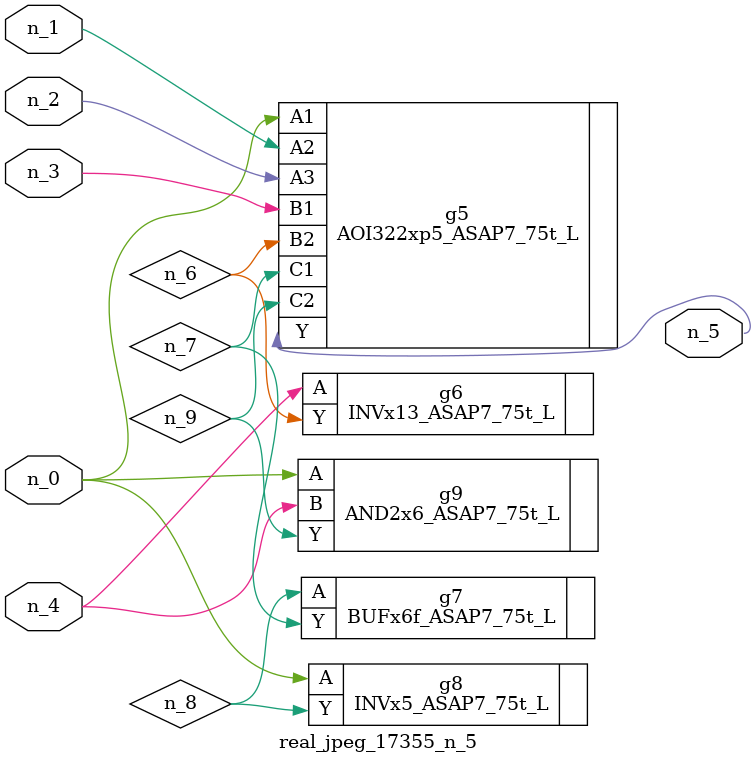
<source format=v>
module real_jpeg_17355_n_5 (n_4, n_0, n_1, n_2, n_3, n_5);

input n_4;
input n_0;
input n_1;
input n_2;
input n_3;

output n_5;

wire n_8;
wire n_6;
wire n_7;
wire n_9;

AOI322xp5_ASAP7_75t_L g5 ( 
.A1(n_0),
.A2(n_1),
.A3(n_2),
.B1(n_3),
.B2(n_6),
.C1(n_7),
.C2(n_9),
.Y(n_5)
);

INVx5_ASAP7_75t_L g8 ( 
.A(n_0),
.Y(n_8)
);

AND2x6_ASAP7_75t_L g9 ( 
.A(n_0),
.B(n_4),
.Y(n_9)
);

INVx13_ASAP7_75t_L g6 ( 
.A(n_4),
.Y(n_6)
);

BUFx6f_ASAP7_75t_L g7 ( 
.A(n_8),
.Y(n_7)
);


endmodule
</source>
